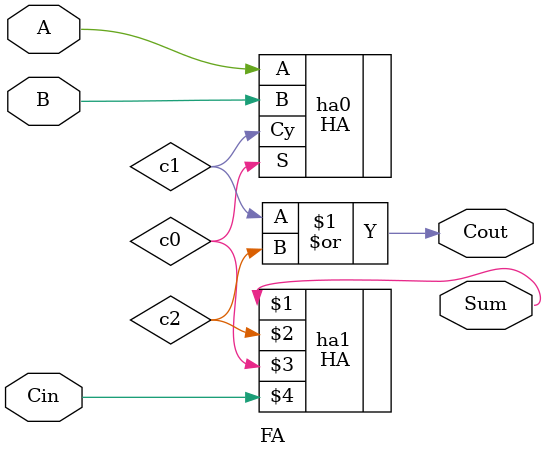
<source format=v>
module FA (Sum, Cout, A, B, Cin);

	input A, B, Cin;
	output Sum, Cout;
	
	wire c0, c1, c2;
	
	HA ha0 (.A(A), .B(B), .S(c0), .Cy(c1));
	HA ha1 (Sum, c2, c0, Cin); 
	or o1 (Cout, c1, c2);
	
endmodule
</source>
